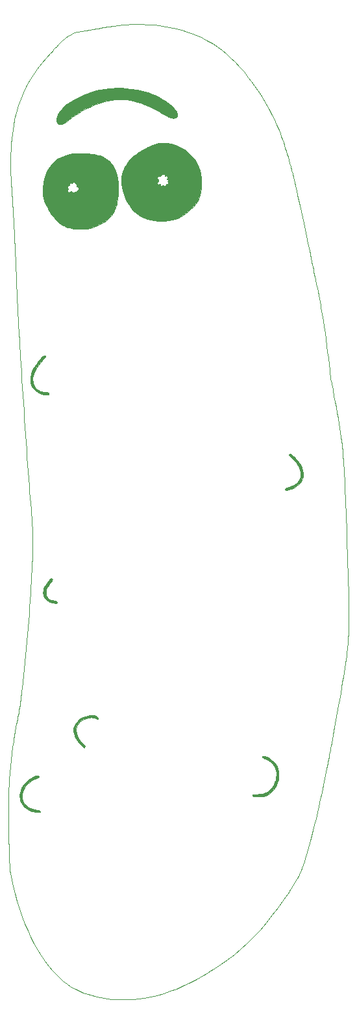
<source format=gbr>
G04 #@! TF.GenerationSoftware,KiCad,Pcbnew,(5.1.0-0)*
G04 #@! TF.CreationDate,2019-11-19T19:36:27-07:00*
G04 #@! TF.ProjectId,XMas-V3,584d6173-2d56-4332-9e6b-696361645f70,rev?*
G04 #@! TF.SameCoordinates,Original*
G04 #@! TF.FileFunction,Legend,Top*
G04 #@! TF.FilePolarity,Positive*
%FSLAX46Y46*%
G04 Gerber Fmt 4.6, Leading zero omitted, Abs format (unit mm)*
G04 Created by KiCad (PCBNEW (5.1.0-0)) date 2019-11-19 19:36:27*
%MOMM*%
%LPD*%
G04 APERTURE LIST*
%ADD10C,0.010000*%
G04 #@! TA.AperFunction,NonConductor*
%ADD11C,0.010000*%
G04 #@! TD*
G04 APERTURE END LIST*
D10*
G04 #@! TO.C,S\002A\002A\002A*
G36*
X-7707044Y54783439D02*
G01*
X-7469068Y54779914D01*
X-7259353Y54772953D01*
X-7110770Y54764215D01*
X-6332360Y54684124D01*
X-5585629Y54564337D01*
X-4870580Y54404856D01*
X-4187221Y54205684D01*
X-3535554Y53966821D01*
X-2915585Y53688270D01*
X-2327320Y53370033D01*
X-1770763Y53012111D01*
X-1245919Y52614507D01*
X-1096557Y52489126D01*
X-865174Y52274006D01*
X-670680Y52058893D01*
X-515389Y51847270D01*
X-401615Y51642616D01*
X-331671Y51448412D01*
X-308894Y51304100D01*
X-304831Y51211306D01*
X-309475Y51151660D01*
X-328548Y51107598D01*
X-367771Y51061553D01*
X-397750Y51031274D01*
X-522220Y50939705D01*
X-672977Y50888586D01*
X-851677Y50877677D01*
X-1059974Y50906733D01*
X-1130300Y50923683D01*
X-1240662Y50954941D01*
X-1349234Y50991261D01*
X-1461457Y51035384D01*
X-1582769Y51090053D01*
X-1718611Y51158012D01*
X-1874420Y51242004D01*
X-2055637Y51344770D01*
X-2267701Y51469055D01*
X-2516052Y51617601D01*
X-2565400Y51647352D01*
X-3224741Y52022812D01*
X-3879896Y52351089D01*
X-4529866Y52631865D01*
X-5173648Y52864824D01*
X-5810243Y53049650D01*
X-6438650Y53186026D01*
X-7057869Y53273636D01*
X-7666898Y53312163D01*
X-7835900Y53314112D01*
X-8389125Y53294669D01*
X-8940636Y53235687D01*
X-9494116Y53136183D01*
X-10053249Y52995173D01*
X-10621717Y52811675D01*
X-11203204Y52584706D01*
X-11801392Y52313283D01*
X-12052300Y52188938D01*
X-12447255Y51981137D01*
X-12836334Y51760756D01*
X-13226846Y51523132D01*
X-13626098Y51263597D01*
X-14041397Y50977489D01*
X-14480052Y50660140D01*
X-14678012Y50512659D01*
X-14899241Y50354300D01*
X-15093919Y50232830D01*
X-15267876Y50145996D01*
X-15426941Y50091543D01*
X-15576944Y50067217D01*
X-15723713Y50070766D01*
X-15793364Y50081446D01*
X-15844754Y50105001D01*
X-15911552Y50152774D01*
X-15949186Y50185937D01*
X-16030222Y50289727D01*
X-16078965Y50417827D01*
X-16095763Y50574096D01*
X-16080963Y50762396D01*
X-16034915Y50986589D01*
X-16024826Y51025467D01*
X-15925055Y51305696D01*
X-15775191Y51585829D01*
X-15575938Y51865230D01*
X-15328001Y52143261D01*
X-15032082Y52419285D01*
X-14688886Y52692665D01*
X-14299118Y52962762D01*
X-13863480Y53228941D01*
X-13382678Y53490563D01*
X-13199553Y53583070D01*
X-12543992Y53884076D01*
X-11879402Y54141013D01*
X-11199976Y54355600D01*
X-10499909Y54529552D01*
X-9773396Y54664587D01*
X-9334500Y54726140D01*
X-9175260Y54741925D01*
X-8975139Y54755458D01*
X-8744016Y54766572D01*
X-8491767Y54775095D01*
X-8228271Y54780861D01*
X-7963404Y54783698D01*
X-7707044Y54783439D01*
X-7707044Y54783439D01*
G37*
X-7707044Y54783439D02*
X-7469068Y54779914D01*
X-7259353Y54772953D01*
X-7110770Y54764215D01*
X-6332360Y54684124D01*
X-5585629Y54564337D01*
X-4870580Y54404856D01*
X-4187221Y54205684D01*
X-3535554Y53966821D01*
X-2915585Y53688270D01*
X-2327320Y53370033D01*
X-1770763Y53012111D01*
X-1245919Y52614507D01*
X-1096557Y52489126D01*
X-865174Y52274006D01*
X-670680Y52058893D01*
X-515389Y51847270D01*
X-401615Y51642616D01*
X-331671Y51448412D01*
X-308894Y51304100D01*
X-304831Y51211306D01*
X-309475Y51151660D01*
X-328548Y51107598D01*
X-367771Y51061553D01*
X-397750Y51031274D01*
X-522220Y50939705D01*
X-672977Y50888586D01*
X-851677Y50877677D01*
X-1059974Y50906733D01*
X-1130300Y50923683D01*
X-1240662Y50954941D01*
X-1349234Y50991261D01*
X-1461457Y51035384D01*
X-1582769Y51090053D01*
X-1718611Y51158012D01*
X-1874420Y51242004D01*
X-2055637Y51344770D01*
X-2267701Y51469055D01*
X-2516052Y51617601D01*
X-2565400Y51647352D01*
X-3224741Y52022812D01*
X-3879896Y52351089D01*
X-4529866Y52631865D01*
X-5173648Y52864824D01*
X-5810243Y53049650D01*
X-6438650Y53186026D01*
X-7057869Y53273636D01*
X-7666898Y53312163D01*
X-7835900Y53314112D01*
X-8389125Y53294669D01*
X-8940636Y53235687D01*
X-9494116Y53136183D01*
X-10053249Y52995173D01*
X-10621717Y52811675D01*
X-11203204Y52584706D01*
X-11801392Y52313283D01*
X-12052300Y52188938D01*
X-12447255Y51981137D01*
X-12836334Y51760756D01*
X-13226846Y51523132D01*
X-13626098Y51263597D01*
X-14041397Y50977489D01*
X-14480052Y50660140D01*
X-14678012Y50512659D01*
X-14899241Y50354300D01*
X-15093919Y50232830D01*
X-15267876Y50145996D01*
X-15426941Y50091543D01*
X-15576944Y50067217D01*
X-15723713Y50070766D01*
X-15793364Y50081446D01*
X-15844754Y50105001D01*
X-15911552Y50152774D01*
X-15949186Y50185937D01*
X-16030222Y50289727D01*
X-16078965Y50417827D01*
X-16095763Y50574096D01*
X-16080963Y50762396D01*
X-16034915Y50986589D01*
X-16024826Y51025467D01*
X-15925055Y51305696D01*
X-15775191Y51585829D01*
X-15575938Y51865230D01*
X-15328001Y52143261D01*
X-15032082Y52419285D01*
X-14688886Y52692665D01*
X-14299118Y52962762D01*
X-13863480Y53228941D01*
X-13382678Y53490563D01*
X-13199553Y53583070D01*
X-12543992Y53884076D01*
X-11879402Y54141013D01*
X-11199976Y54355600D01*
X-10499909Y54529552D01*
X-9773396Y54664587D01*
X-9334500Y54726140D01*
X-9175260Y54741925D01*
X-8975139Y54755458D01*
X-8744016Y54766572D01*
X-8491767Y54775095D01*
X-8228271Y54780861D01*
X-7963404Y54783698D01*
X-7707044Y54783439D01*
G36*
X-1594115Y47594482D02*
G01*
X-1224521Y47538650D01*
X-871851Y47455289D01*
X-825500Y47441753D01*
X-363899Y47277891D01*
X83002Y47068457D01*
X510362Y46817051D01*
X913337Y46527274D01*
X1287086Y46202725D01*
X1626765Y45847004D01*
X1927533Y45463711D01*
X2021982Y45324828D01*
X2260141Y44918704D01*
X2456062Y44492179D01*
X2610726Y44042205D01*
X2725115Y43565736D01*
X2800211Y43059722D01*
X2819358Y42849800D01*
X2833314Y42466670D01*
X2819527Y42071290D01*
X2779628Y41674055D01*
X2715244Y41285362D01*
X2628008Y40915606D01*
X2519547Y40575181D01*
X2427455Y40350178D01*
X2248050Y40010570D01*
X2023498Y39674329D01*
X1759431Y39346317D01*
X1461479Y39031398D01*
X1135276Y38734435D01*
X786451Y38460290D01*
X420636Y38213827D01*
X43463Y37999907D01*
X-339437Y37823396D01*
X-615965Y37722052D01*
X-1042421Y37603478D01*
X-1491839Y37515827D01*
X-1950130Y37460764D01*
X-2403208Y37439958D01*
X-2836983Y37455075D01*
X-2857500Y37456768D01*
X-3335478Y37514229D01*
X-3797566Y37603178D01*
X-4238011Y37721781D01*
X-4651060Y37868201D01*
X-5030958Y38040602D01*
X-5371953Y38237147D01*
X-5435600Y38279618D01*
X-5766512Y38534905D01*
X-6079879Y38834404D01*
X-6372129Y39173485D01*
X-6639687Y39547519D01*
X-6878981Y39951876D01*
X-7086437Y40381926D01*
X-7120326Y40462200D01*
X-7303208Y40943609D01*
X-7443692Y41401048D01*
X-7542329Y41837682D01*
X-7599665Y42256679D01*
X-7605901Y42408782D01*
X-2956560Y42408782D01*
X-2938917Y42313794D01*
X-2885809Y42254771D01*
X-2796970Y42231576D01*
X-2672134Y42244072D01*
X-2647950Y42249581D01*
X-2591968Y42259868D01*
X-2569567Y42245676D01*
X-2565405Y42196193D01*
X-2565400Y42191419D01*
X-2544610Y42107719D01*
X-2490898Y42043300D01*
X-2417252Y42012478D01*
X-2402249Y42011600D01*
X-2343362Y42027605D01*
X-2275489Y42067201D01*
X-2261331Y42078384D01*
X-2181964Y42145167D01*
X-2124395Y42091084D01*
X-2042937Y42044402D01*
X-1955043Y42040450D01*
X-1873623Y42074984D01*
X-1811588Y42143760D01*
X-1788593Y42201454D01*
X-1763228Y42250277D01*
X-1710576Y42265436D01*
X-1700890Y42265600D01*
X-1622542Y42287759D01*
X-1564159Y42344687D01*
X-1532638Y42422064D01*
X-1534875Y42505569D01*
X-1559563Y42559069D01*
X-1582172Y42604963D01*
X-1568170Y42646167D01*
X-1559563Y42658476D01*
X-1530902Y42716497D01*
X-1524000Y42753055D01*
X-1543495Y42807656D01*
X-1590112Y42864726D01*
X-1646050Y42903013D01*
X-1651183Y42904895D01*
X-1667654Y42923461D01*
X-1655809Y42966630D01*
X-1641658Y42995708D01*
X-1606645Y43099438D01*
X-1603981Y43201224D01*
X-1633179Y43284854D01*
X-1651000Y43307000D01*
X-1709353Y43348765D01*
X-1772466Y43352324D01*
X-1852774Y43320438D01*
X-1900795Y43298389D01*
X-1924231Y43305597D01*
X-1937687Y43350974D01*
X-1942280Y43375060D01*
X-1973544Y43457221D01*
X-2028553Y43533529D01*
X-2094360Y43589788D01*
X-2158014Y43611800D01*
X-2158201Y43611800D01*
X-2213011Y43594518D01*
X-2271137Y43552748D01*
X-2273012Y43550898D01*
X-2338719Y43500034D01*
X-2405207Y43467034D01*
X-2471989Y43423518D01*
X-2514600Y43363896D01*
X-2543274Y43314246D01*
X-2578913Y43291306D01*
X-2640267Y43285602D01*
X-2669003Y43285880D01*
X-2752827Y43280903D01*
X-2823210Y43265838D01*
X-2839871Y43258839D01*
X-2908979Y43197705D01*
X-2937349Y43117690D01*
X-2925038Y43030182D01*
X-2872105Y42946567D01*
X-2838096Y42915600D01*
X-2789015Y42872245D01*
X-2776778Y42841830D01*
X-2792233Y42813830D01*
X-2813037Y42758402D01*
X-2811970Y42703896D01*
X-2811722Y42648644D01*
X-2842066Y42600399D01*
X-2877561Y42567895D01*
X-2933805Y42507978D01*
X-2955079Y42441743D01*
X-2956560Y42408782D01*
X-7605901Y42408782D01*
X-7616250Y42661202D01*
X-7592633Y43054418D01*
X-7583043Y43132664D01*
X-7496358Y43601314D01*
X-7364558Y44047294D01*
X-7188511Y44469185D01*
X-6969088Y44865573D01*
X-6707157Y45235039D01*
X-6403589Y45576167D01*
X-6059254Y45887541D01*
X-5751087Y46116947D01*
X-5315135Y46407482D01*
X-4910894Y46662640D01*
X-4535250Y46884029D01*
X-4185089Y47073257D01*
X-3857299Y47231934D01*
X-3548766Y47361666D01*
X-3256375Y47464062D01*
X-3009900Y47532849D01*
X-2688527Y47591968D01*
X-2337710Y47621624D01*
X-1969042Y47622301D01*
X-1594115Y47594482D01*
X-1594115Y47594482D01*
G37*
X-1594115Y47594482D02*
X-1224521Y47538650D01*
X-871851Y47455289D01*
X-825500Y47441753D01*
X-363899Y47277891D01*
X83002Y47068457D01*
X510362Y46817051D01*
X913337Y46527274D01*
X1287086Y46202725D01*
X1626765Y45847004D01*
X1927533Y45463711D01*
X2021982Y45324828D01*
X2260141Y44918704D01*
X2456062Y44492179D01*
X2610726Y44042205D01*
X2725115Y43565736D01*
X2800211Y43059722D01*
X2819358Y42849800D01*
X2833314Y42466670D01*
X2819527Y42071290D01*
X2779628Y41674055D01*
X2715244Y41285362D01*
X2628008Y40915606D01*
X2519547Y40575181D01*
X2427455Y40350178D01*
X2248050Y40010570D01*
X2023498Y39674329D01*
X1759431Y39346317D01*
X1461479Y39031398D01*
X1135276Y38734435D01*
X786451Y38460290D01*
X420636Y38213827D01*
X43463Y37999907D01*
X-339437Y37823396D01*
X-615965Y37722052D01*
X-1042421Y37603478D01*
X-1491839Y37515827D01*
X-1950130Y37460764D01*
X-2403208Y37439958D01*
X-2836983Y37455075D01*
X-2857500Y37456768D01*
X-3335478Y37514229D01*
X-3797566Y37603178D01*
X-4238011Y37721781D01*
X-4651060Y37868201D01*
X-5030958Y38040602D01*
X-5371953Y38237147D01*
X-5435600Y38279618D01*
X-5766512Y38534905D01*
X-6079879Y38834404D01*
X-6372129Y39173485D01*
X-6639687Y39547519D01*
X-6878981Y39951876D01*
X-7086437Y40381926D01*
X-7120326Y40462200D01*
X-7303208Y40943609D01*
X-7443692Y41401048D01*
X-7542329Y41837682D01*
X-7599665Y42256679D01*
X-7605901Y42408782D01*
X-2956560Y42408782D01*
X-2938917Y42313794D01*
X-2885809Y42254771D01*
X-2796970Y42231576D01*
X-2672134Y42244072D01*
X-2647950Y42249581D01*
X-2591968Y42259868D01*
X-2569567Y42245676D01*
X-2565405Y42196193D01*
X-2565400Y42191419D01*
X-2544610Y42107719D01*
X-2490898Y42043300D01*
X-2417252Y42012478D01*
X-2402249Y42011600D01*
X-2343362Y42027605D01*
X-2275489Y42067201D01*
X-2261331Y42078384D01*
X-2181964Y42145167D01*
X-2124395Y42091084D01*
X-2042937Y42044402D01*
X-1955043Y42040450D01*
X-1873623Y42074984D01*
X-1811588Y42143760D01*
X-1788593Y42201454D01*
X-1763228Y42250277D01*
X-1710576Y42265436D01*
X-1700890Y42265600D01*
X-1622542Y42287759D01*
X-1564159Y42344687D01*
X-1532638Y42422064D01*
X-1534875Y42505569D01*
X-1559563Y42559069D01*
X-1582172Y42604963D01*
X-1568170Y42646167D01*
X-1559563Y42658476D01*
X-1530902Y42716497D01*
X-1524000Y42753055D01*
X-1543495Y42807656D01*
X-1590112Y42864726D01*
X-1646050Y42903013D01*
X-1651183Y42904895D01*
X-1667654Y42923461D01*
X-1655809Y42966630D01*
X-1641658Y42995708D01*
X-1606645Y43099438D01*
X-1603981Y43201224D01*
X-1633179Y43284854D01*
X-1651000Y43307000D01*
X-1709353Y43348765D01*
X-1772466Y43352324D01*
X-1852774Y43320438D01*
X-1900795Y43298389D01*
X-1924231Y43305597D01*
X-1937687Y43350974D01*
X-1942280Y43375060D01*
X-1973544Y43457221D01*
X-2028553Y43533529D01*
X-2094360Y43589788D01*
X-2158014Y43611800D01*
X-2158201Y43611800D01*
X-2213011Y43594518D01*
X-2271137Y43552748D01*
X-2273012Y43550898D01*
X-2338719Y43500034D01*
X-2405207Y43467034D01*
X-2471989Y43423518D01*
X-2514600Y43363896D01*
X-2543274Y43314246D01*
X-2578913Y43291306D01*
X-2640267Y43285602D01*
X-2669003Y43285880D01*
X-2752827Y43280903D01*
X-2823210Y43265838D01*
X-2839871Y43258839D01*
X-2908979Y43197705D01*
X-2937349Y43117690D01*
X-2925038Y43030182D01*
X-2872105Y42946567D01*
X-2838096Y42915600D01*
X-2789015Y42872245D01*
X-2776778Y42841830D01*
X-2792233Y42813830D01*
X-2813037Y42758402D01*
X-2811970Y42703896D01*
X-2811722Y42648644D01*
X-2842066Y42600399D01*
X-2877561Y42567895D01*
X-2933805Y42507978D01*
X-2955079Y42441743D01*
X-2956560Y42408782D01*
X-7605901Y42408782D01*
X-7616250Y42661202D01*
X-7592633Y43054418D01*
X-7583043Y43132664D01*
X-7496358Y43601314D01*
X-7364558Y44047294D01*
X-7188511Y44469185D01*
X-6969088Y44865573D01*
X-6707157Y45235039D01*
X-6403589Y45576167D01*
X-6059254Y45887541D01*
X-5751087Y46116947D01*
X-5315135Y46407482D01*
X-4910894Y46662640D01*
X-4535250Y46884029D01*
X-4185089Y47073257D01*
X-3857299Y47231934D01*
X-3548766Y47361666D01*
X-3256375Y47464062D01*
X-3009900Y47532849D01*
X-2688527Y47591968D01*
X-2337710Y47621624D01*
X-1969042Y47622301D01*
X-1594115Y47594482D01*
G36*
X-12731418Y46291550D02*
G01*
X-12363195Y46269643D01*
X-11960290Y46232838D01*
X-11576885Y46188866D01*
X-11232002Y46142223D01*
X-10930426Y46092291D01*
X-10664685Y46037211D01*
X-10427308Y45975120D01*
X-10210820Y45904157D01*
X-10007750Y45822461D01*
X-9893300Y45769488D01*
X-9628496Y45622319D01*
X-9390967Y45448589D01*
X-9173462Y45241685D01*
X-8968729Y44994996D01*
X-8836040Y44805600D01*
X-8592062Y44389801D01*
X-8390430Y43946252D01*
X-8231221Y43475381D01*
X-8114509Y42977614D01*
X-8040371Y42453376D01*
X-8008882Y41903094D01*
X-8020118Y41327194D01*
X-8074155Y40726102D01*
X-8089717Y40605760D01*
X-8139571Y40261111D01*
X-8190271Y39960389D01*
X-8243571Y39696731D01*
X-8301228Y39463272D01*
X-8364996Y39253148D01*
X-8436632Y39059495D01*
X-8517889Y38875448D01*
X-8547893Y38814097D01*
X-8743400Y38472512D01*
X-8976349Y38155855D01*
X-9249653Y37861007D01*
X-9566227Y37584850D01*
X-9928984Y37324264D01*
X-9956800Y37306125D01*
X-10275439Y37118458D01*
X-10631809Y36941871D01*
X-11013202Y36781432D01*
X-11406905Y36642210D01*
X-11800210Y36529273D01*
X-12045788Y36473140D01*
X-12234565Y36443626D01*
X-12459816Y36423003D01*
X-12707936Y36411655D01*
X-12965314Y36409969D01*
X-13218343Y36418331D01*
X-13423900Y36434035D01*
X-13786699Y36476161D01*
X-14106288Y36525818D01*
X-14389930Y36584777D01*
X-14644887Y36654809D01*
X-14878422Y36737685D01*
X-15097797Y36835177D01*
X-15125700Y36849039D01*
X-15471947Y37049930D01*
X-15807940Y37298379D01*
X-16130997Y37591716D01*
X-16438435Y37927267D01*
X-16727572Y38302358D01*
X-16992902Y38709600D01*
X-17086085Y38872600D01*
X-17189956Y39066787D01*
X-17298729Y39280249D01*
X-17406620Y39501073D01*
X-17507844Y39717347D01*
X-17596616Y39917157D01*
X-17667151Y40088591D01*
X-17683630Y40132000D01*
X-17735288Y40276221D01*
X-17771278Y40392315D01*
X-17795810Y40498907D01*
X-17813093Y40614621D01*
X-17827336Y40758081D01*
X-17828684Y40773830D01*
X-17854780Y41334513D01*
X-17838557Y41841999D01*
X-14676125Y41841999D01*
X-14642498Y41754224D01*
X-14616308Y41720398D01*
X-14575751Y41671873D01*
X-14568142Y41640439D01*
X-14589453Y41608351D01*
X-14590591Y41607090D01*
X-14627222Y41551725D01*
X-14657230Y41485018D01*
X-14665836Y41390810D01*
X-14631115Y41305002D01*
X-14560200Y41241875D01*
X-14528857Y41228026D01*
X-14469301Y41213039D01*
X-14414799Y41217502D01*
X-14350748Y41245540D01*
X-14262551Y41301278D01*
X-14257524Y41304677D01*
X-14194622Y41345847D01*
X-14150774Y41371874D01*
X-14139628Y41376600D01*
X-14125535Y41355197D01*
X-14111808Y41312454D01*
X-14068546Y41220007D01*
X-14001323Y41165975D01*
X-13920661Y41153351D01*
X-13837081Y41185129D01*
X-13794155Y41222108D01*
X-13738195Y41270660D01*
X-13697208Y41277476D01*
X-13688714Y41273297D01*
X-13605670Y41248082D01*
X-13515962Y41263728D01*
X-13433595Y41314690D01*
X-13372573Y41395424D01*
X-13370785Y41399170D01*
X-13320508Y41479758D01*
X-13256225Y41551678D01*
X-13251261Y41556005D01*
X-13190334Y41634511D01*
X-13175153Y41720534D01*
X-13203324Y41805359D01*
X-13272455Y41880275D01*
X-13352872Y41926054D01*
X-13400947Y41949407D01*
X-13422877Y41976917D01*
X-13425672Y42025381D01*
X-13419436Y42085518D01*
X-13413621Y42165475D01*
X-13423954Y42217058D01*
X-13456122Y42261607D01*
X-13470260Y42276169D01*
X-13528074Y42320358D01*
X-13582515Y42341494D01*
X-13587846Y42341800D01*
X-13629755Y42351433D01*
X-13639800Y42365252D01*
X-13654878Y42398071D01*
X-13692392Y42450729D01*
X-13705558Y42466852D01*
X-13784213Y42530878D01*
X-13867613Y42544807D01*
X-13951711Y42508576D01*
X-13993003Y42471367D01*
X-14041985Y42425944D01*
X-14089499Y42407569D01*
X-14158557Y42408783D01*
X-14179320Y42410982D01*
X-14256332Y42415569D01*
X-14306483Y42402314D01*
X-14352618Y42363849D01*
X-14364503Y42351265D01*
X-14410409Y42289590D01*
X-14423079Y42227098D01*
X-14419394Y42183050D01*
X-14413690Y42120954D01*
X-14426769Y42094206D01*
X-14469866Y42087921D01*
X-14491274Y42087800D01*
X-14577143Y42066379D01*
X-14639323Y42010194D01*
X-14673692Y41931361D01*
X-14676125Y41841999D01*
X-17838557Y41841999D01*
X-17837294Y41881499D01*
X-17776743Y42411553D01*
X-17673642Y42921439D01*
X-17528506Y43407922D01*
X-17341852Y43867766D01*
X-17332323Y43888123D01*
X-17113281Y44299128D01*
X-16861401Y44671471D01*
X-16576567Y45005240D01*
X-16258664Y45300522D01*
X-15907576Y45557405D01*
X-15523188Y45775976D01*
X-15105383Y45956323D01*
X-14654048Y46098534D01*
X-14312900Y46176456D01*
X-14006404Y46229538D01*
X-13702453Y46267555D01*
X-13393602Y46290540D01*
X-13072405Y46298527D01*
X-12731418Y46291550D01*
X-12731418Y46291550D01*
G37*
X-12731418Y46291550D02*
X-12363195Y46269643D01*
X-11960290Y46232838D01*
X-11576885Y46188866D01*
X-11232002Y46142223D01*
X-10930426Y46092291D01*
X-10664685Y46037211D01*
X-10427308Y45975120D01*
X-10210820Y45904157D01*
X-10007750Y45822461D01*
X-9893300Y45769488D01*
X-9628496Y45622319D01*
X-9390967Y45448589D01*
X-9173462Y45241685D01*
X-8968729Y44994996D01*
X-8836040Y44805600D01*
X-8592062Y44389801D01*
X-8390430Y43946252D01*
X-8231221Y43475381D01*
X-8114509Y42977614D01*
X-8040371Y42453376D01*
X-8008882Y41903094D01*
X-8020118Y41327194D01*
X-8074155Y40726102D01*
X-8089717Y40605760D01*
X-8139571Y40261111D01*
X-8190271Y39960389D01*
X-8243571Y39696731D01*
X-8301228Y39463272D01*
X-8364996Y39253148D01*
X-8436632Y39059495D01*
X-8517889Y38875448D01*
X-8547893Y38814097D01*
X-8743400Y38472512D01*
X-8976349Y38155855D01*
X-9249653Y37861007D01*
X-9566227Y37584850D01*
X-9928984Y37324264D01*
X-9956800Y37306125D01*
X-10275439Y37118458D01*
X-10631809Y36941871D01*
X-11013202Y36781432D01*
X-11406905Y36642210D01*
X-11800210Y36529273D01*
X-12045788Y36473140D01*
X-12234565Y36443626D01*
X-12459816Y36423003D01*
X-12707936Y36411655D01*
X-12965314Y36409969D01*
X-13218343Y36418331D01*
X-13423900Y36434035D01*
X-13786699Y36476161D01*
X-14106288Y36525818D01*
X-14389930Y36584777D01*
X-14644887Y36654809D01*
X-14878422Y36737685D01*
X-15097797Y36835177D01*
X-15125700Y36849039D01*
X-15471947Y37049930D01*
X-15807940Y37298379D01*
X-16130997Y37591716D01*
X-16438435Y37927267D01*
X-16727572Y38302358D01*
X-16992902Y38709600D01*
X-17086085Y38872600D01*
X-17189956Y39066787D01*
X-17298729Y39280249D01*
X-17406620Y39501073D01*
X-17507844Y39717347D01*
X-17596616Y39917157D01*
X-17667151Y40088591D01*
X-17683630Y40132000D01*
X-17735288Y40276221D01*
X-17771278Y40392315D01*
X-17795810Y40498907D01*
X-17813093Y40614621D01*
X-17827336Y40758081D01*
X-17828684Y40773830D01*
X-17854780Y41334513D01*
X-17838557Y41841999D01*
X-14676125Y41841999D01*
X-14642498Y41754224D01*
X-14616308Y41720398D01*
X-14575751Y41671873D01*
X-14568142Y41640439D01*
X-14589453Y41608351D01*
X-14590591Y41607090D01*
X-14627222Y41551725D01*
X-14657230Y41485018D01*
X-14665836Y41390810D01*
X-14631115Y41305002D01*
X-14560200Y41241875D01*
X-14528857Y41228026D01*
X-14469301Y41213039D01*
X-14414799Y41217502D01*
X-14350748Y41245540D01*
X-14262551Y41301278D01*
X-14257524Y41304677D01*
X-14194622Y41345847D01*
X-14150774Y41371874D01*
X-14139628Y41376600D01*
X-14125535Y41355197D01*
X-14111808Y41312454D01*
X-14068546Y41220007D01*
X-14001323Y41165975D01*
X-13920661Y41153351D01*
X-13837081Y41185129D01*
X-13794155Y41222108D01*
X-13738195Y41270660D01*
X-13697208Y41277476D01*
X-13688714Y41273297D01*
X-13605670Y41248082D01*
X-13515962Y41263728D01*
X-13433595Y41314690D01*
X-13372573Y41395424D01*
X-13370785Y41399170D01*
X-13320508Y41479758D01*
X-13256225Y41551678D01*
X-13251261Y41556005D01*
X-13190334Y41634511D01*
X-13175153Y41720534D01*
X-13203324Y41805359D01*
X-13272455Y41880275D01*
X-13352872Y41926054D01*
X-13400947Y41949407D01*
X-13422877Y41976917D01*
X-13425672Y42025381D01*
X-13419436Y42085518D01*
X-13413621Y42165475D01*
X-13423954Y42217058D01*
X-13456122Y42261607D01*
X-13470260Y42276169D01*
X-13528074Y42320358D01*
X-13582515Y42341494D01*
X-13587846Y42341800D01*
X-13629755Y42351433D01*
X-13639800Y42365252D01*
X-13654878Y42398071D01*
X-13692392Y42450729D01*
X-13705558Y42466852D01*
X-13784213Y42530878D01*
X-13867613Y42544807D01*
X-13951711Y42508576D01*
X-13993003Y42471367D01*
X-14041985Y42425944D01*
X-14089499Y42407569D01*
X-14158557Y42408783D01*
X-14179320Y42410982D01*
X-14256332Y42415569D01*
X-14306483Y42402314D01*
X-14352618Y42363849D01*
X-14364503Y42351265D01*
X-14410409Y42289590D01*
X-14423079Y42227098D01*
X-14419394Y42183050D01*
X-14413690Y42120954D01*
X-14426769Y42094206D01*
X-14469866Y42087921D01*
X-14491274Y42087800D01*
X-14577143Y42066379D01*
X-14639323Y42010194D01*
X-14673692Y41931361D01*
X-14676125Y41841999D01*
X-17838557Y41841999D01*
X-17837294Y41881499D01*
X-17776743Y42411553D01*
X-17673642Y42921439D01*
X-17528506Y43407922D01*
X-17341852Y43867766D01*
X-17332323Y43888123D01*
X-17113281Y44299128D01*
X-16861401Y44671471D01*
X-16576567Y45005240D01*
X-16258664Y45300522D01*
X-15907576Y45557405D01*
X-15523188Y45775976D01*
X-15105383Y45956323D01*
X-14654048Y46098534D01*
X-14312900Y46176456D01*
X-14006404Y46229538D01*
X-13702453Y46267555D01*
X-13393602Y46290540D01*
X-13072405Y46298527D01*
X-12731418Y46291550D01*
G36*
X-17604368Y19947577D02*
G01*
X-17560735Y19896160D01*
X-17551400Y19835746D01*
X-17555891Y19796493D01*
X-17572419Y19753714D01*
X-17605569Y19701227D01*
X-17659926Y19632852D01*
X-17740075Y19542408D01*
X-17850601Y19423714D01*
X-17880462Y19392126D01*
X-18204916Y19027333D01*
X-18485366Y18665032D01*
X-18720836Y18306937D01*
X-18910350Y17954768D01*
X-19052934Y17610241D01*
X-19147612Y17275073D01*
X-19176973Y17109467D01*
X-19196225Y16816028D01*
X-19172061Y16533809D01*
X-19106982Y16267287D01*
X-19003491Y16020940D01*
X-18864091Y15799244D01*
X-18691285Y15606676D01*
X-18487575Y15447713D01*
X-18255464Y15326832D01*
X-18161000Y15292033D01*
X-18016741Y15252508D01*
X-17842260Y15216659D01*
X-17658076Y15187789D01*
X-17484710Y15169202D01*
X-17365297Y15163950D01*
X-17275475Y15160467D01*
X-17216367Y15145808D01*
X-17168089Y15113316D01*
X-17143047Y15089554D01*
X-17091891Y15020360D01*
X-17070354Y14952049D01*
X-17080507Y14897701D01*
X-17108978Y14874418D01*
X-17159164Y14866258D01*
X-17245852Y14862511D01*
X-17354961Y14862914D01*
X-17472409Y14867206D01*
X-17584113Y14875126D01*
X-17665700Y14884767D01*
X-18006166Y14954792D01*
X-18309886Y15056128D01*
X-18581854Y15191129D01*
X-18827059Y15362145D01*
X-18989294Y15508356D01*
X-19157368Y15696797D01*
X-19287002Y15892871D01*
X-19381145Y16104408D01*
X-19442746Y16339242D01*
X-19474753Y16605204D01*
X-19481129Y16814800D01*
X-19458912Y17159889D01*
X-19391361Y17507764D01*
X-19277813Y17859867D01*
X-19117607Y18217640D01*
X-18910079Y18582526D01*
X-18654569Y18955966D01*
X-18350412Y19339403D01*
X-18287997Y19412431D01*
X-18128927Y19592921D01*
X-17996751Y19734661D01*
X-17888725Y19840164D01*
X-17802108Y19911938D01*
X-17734155Y19952496D01*
X-17685001Y19964400D01*
X-17604368Y19947577D01*
X-17604368Y19947577D01*
G37*
X-17604368Y19947577D02*
X-17560735Y19896160D01*
X-17551400Y19835746D01*
X-17555891Y19796493D01*
X-17572419Y19753714D01*
X-17605569Y19701227D01*
X-17659926Y19632852D01*
X-17740075Y19542408D01*
X-17850601Y19423714D01*
X-17880462Y19392126D01*
X-18204916Y19027333D01*
X-18485366Y18665032D01*
X-18720836Y18306937D01*
X-18910350Y17954768D01*
X-19052934Y17610241D01*
X-19147612Y17275073D01*
X-19176973Y17109467D01*
X-19196225Y16816028D01*
X-19172061Y16533809D01*
X-19106982Y16267287D01*
X-19003491Y16020940D01*
X-18864091Y15799244D01*
X-18691285Y15606676D01*
X-18487575Y15447713D01*
X-18255464Y15326832D01*
X-18161000Y15292033D01*
X-18016741Y15252508D01*
X-17842260Y15216659D01*
X-17658076Y15187789D01*
X-17484710Y15169202D01*
X-17365297Y15163950D01*
X-17275475Y15160467D01*
X-17216367Y15145808D01*
X-17168089Y15113316D01*
X-17143047Y15089554D01*
X-17091891Y15020360D01*
X-17070354Y14952049D01*
X-17080507Y14897701D01*
X-17108978Y14874418D01*
X-17159164Y14866258D01*
X-17245852Y14862511D01*
X-17354961Y14862914D01*
X-17472409Y14867206D01*
X-17584113Y14875126D01*
X-17665700Y14884767D01*
X-18006166Y14954792D01*
X-18309886Y15056128D01*
X-18581854Y15191129D01*
X-18827059Y15362145D01*
X-18989294Y15508356D01*
X-19157368Y15696797D01*
X-19287002Y15892871D01*
X-19381145Y16104408D01*
X-19442746Y16339242D01*
X-19474753Y16605204D01*
X-19481129Y16814800D01*
X-19458912Y17159889D01*
X-19391361Y17507764D01*
X-19277813Y17859867D01*
X-19117607Y18217640D01*
X-18910079Y18582526D01*
X-18654569Y18955966D01*
X-18350412Y19339403D01*
X-18287997Y19412431D01*
X-18128927Y19592921D01*
X-17996751Y19734661D01*
X-17888725Y19840164D01*
X-17802108Y19911938D01*
X-17734155Y19952496D01*
X-17685001Y19964400D01*
X-17604368Y19947577D01*
G36*
X14439562Y7145091D02*
G01*
X14532261Y7096319D01*
X14579081Y7061611D01*
X14645459Y7003486D01*
X14737087Y6915635D01*
X14845798Y6806594D01*
X14963426Y6684900D01*
X15081804Y6559090D01*
X15192765Y6437699D01*
X15288144Y6329264D01*
X15344920Y6261100D01*
X15593253Y5924833D01*
X15792600Y5595927D01*
X15942935Y5274924D01*
X16044233Y4962364D01*
X16096469Y4658788D01*
X16099616Y4364739D01*
X16053650Y4080756D01*
X15958545Y3807382D01*
X15814277Y3545157D01*
X15620819Y3294622D01*
X15490173Y3158843D01*
X15280323Y2977779D01*
X15049745Y2822339D01*
X14791128Y2688726D01*
X14497159Y2573141D01*
X14174759Y2475576D01*
X14026163Y2438667D01*
X13917167Y2419204D01*
X13839821Y2416757D01*
X13786176Y2430894D01*
X13755914Y2452915D01*
X13719943Y2520160D01*
X13727317Y2594615D01*
X13776350Y2659978D01*
X13777415Y2660823D01*
X13833357Y2692054D01*
X13919680Y2726562D01*
X14012365Y2755348D01*
X14331700Y2854924D01*
X14630552Y2976852D01*
X14902241Y3117474D01*
X15140082Y3273130D01*
X15337395Y3440162D01*
X15416475Y3524145D01*
X15506980Y3646609D01*
X15595570Y3797335D01*
X15672974Y3957947D01*
X15729920Y4110071D01*
X15749175Y4183528D01*
X15771791Y4373691D01*
X15769246Y4590510D01*
X15742942Y4817341D01*
X15694284Y5037541D01*
X15670693Y5114612D01*
X15589864Y5325232D01*
X15487827Y5531009D01*
X15360577Y5737607D01*
X15204109Y5950687D01*
X15014421Y6175911D01*
X14787508Y6418939D01*
X14650459Y6557220D01*
X14498050Y6710880D01*
X14381237Y6834218D01*
X14300762Y6926396D01*
X14257369Y6986582D01*
X14249400Y7008070D01*
X14266702Y7064557D01*
X14302401Y7114202D01*
X14364553Y7150746D01*
X14439562Y7145091D01*
X14439562Y7145091D01*
G37*
X14439562Y7145091D02*
X14532261Y7096319D01*
X14579081Y7061611D01*
X14645459Y7003486D01*
X14737087Y6915635D01*
X14845798Y6806594D01*
X14963426Y6684900D01*
X15081804Y6559090D01*
X15192765Y6437699D01*
X15288144Y6329264D01*
X15344920Y6261100D01*
X15593253Y5924833D01*
X15792600Y5595927D01*
X15942935Y5274924D01*
X16044233Y4962364D01*
X16096469Y4658788D01*
X16099616Y4364739D01*
X16053650Y4080756D01*
X15958545Y3807382D01*
X15814277Y3545157D01*
X15620819Y3294622D01*
X15490173Y3158843D01*
X15280323Y2977779D01*
X15049745Y2822339D01*
X14791128Y2688726D01*
X14497159Y2573141D01*
X14174759Y2475576D01*
X14026163Y2438667D01*
X13917167Y2419204D01*
X13839821Y2416757D01*
X13786176Y2430894D01*
X13755914Y2452915D01*
X13719943Y2520160D01*
X13727317Y2594615D01*
X13776350Y2659978D01*
X13777415Y2660823D01*
X13833357Y2692054D01*
X13919680Y2726562D01*
X14012365Y2755348D01*
X14331700Y2854924D01*
X14630552Y2976852D01*
X14902241Y3117474D01*
X15140082Y3273130D01*
X15337395Y3440162D01*
X15416475Y3524145D01*
X15506980Y3646609D01*
X15595570Y3797335D01*
X15672974Y3957947D01*
X15729920Y4110071D01*
X15749175Y4183528D01*
X15771791Y4373691D01*
X15769246Y4590510D01*
X15742942Y4817341D01*
X15694284Y5037541D01*
X15670693Y5114612D01*
X15589864Y5325232D01*
X15487827Y5531009D01*
X15360577Y5737607D01*
X15204109Y5950687D01*
X15014421Y6175911D01*
X14787508Y6418939D01*
X14650459Y6557220D01*
X14498050Y6710880D01*
X14381237Y6834218D01*
X14300762Y6926396D01*
X14257369Y6986582D01*
X14249400Y7008070D01*
X14266702Y7064557D01*
X14302401Y7114202D01*
X14364553Y7150746D01*
X14439562Y7145091D01*
G36*
X-16674781Y-9097394D02*
G01*
X-16635283Y-9161216D01*
X-16627555Y-9216499D01*
X-16643005Y-9287365D01*
X-16683878Y-9377877D01*
X-16752413Y-9492100D01*
X-16850853Y-9634097D01*
X-16981441Y-9807932D01*
X-17018093Y-9855200D01*
X-17117167Y-9985936D01*
X-17210919Y-10116222D01*
X-17292254Y-10235708D01*
X-17354077Y-10334045D01*
X-17383804Y-10388600D01*
X-17416795Y-10460550D01*
X-17438971Y-10521043D01*
X-17452448Y-10583143D01*
X-17459340Y-10659914D01*
X-17461761Y-10764422D01*
X-17461911Y-10871200D01*
X-17460928Y-11006255D01*
X-17457141Y-11103688D01*
X-17448412Y-11176669D01*
X-17432606Y-11238371D01*
X-17407583Y-11301966D01*
X-17383484Y-11354570D01*
X-17280154Y-11534360D01*
X-17152581Y-11680438D01*
X-16996341Y-11795387D01*
X-16807008Y-11881789D01*
X-16580157Y-11942226D01*
X-16313305Y-11979105D01*
X-16209076Y-11990635D01*
X-16140608Y-12005663D01*
X-16092890Y-12029401D01*
X-16050913Y-12067062D01*
X-16046484Y-12071762D01*
X-15996575Y-12143358D01*
X-15978133Y-12210677D01*
X-15992926Y-12261428D01*
X-16016778Y-12278182D01*
X-16062891Y-12285443D01*
X-16143452Y-12289246D01*
X-16242229Y-12289646D01*
X-16342991Y-12286700D01*
X-16429509Y-12280464D01*
X-16459200Y-12276642D01*
X-16684105Y-12226765D01*
X-16909833Y-12150631D01*
X-17123733Y-12054012D01*
X-17313156Y-11942678D01*
X-17465451Y-11822403D01*
X-17475018Y-11813188D01*
X-17630934Y-11626799D01*
X-17742667Y-11417807D01*
X-17809882Y-11189258D01*
X-17832243Y-10944201D01*
X-17809415Y-10685681D01*
X-17741065Y-10416747D01*
X-17652891Y-10195081D01*
X-17593014Y-10074570D01*
X-17522917Y-9947240D01*
X-17456565Y-9838305D01*
X-17448923Y-9826781D01*
X-17368396Y-9711571D01*
X-17276458Y-9587578D01*
X-17179077Y-9462047D01*
X-17082224Y-9342223D01*
X-16991867Y-9235352D01*
X-16913977Y-9148680D01*
X-16854523Y-9089451D01*
X-16821819Y-9065640D01*
X-16742153Y-9058834D01*
X-16674781Y-9097394D01*
X-16674781Y-9097394D01*
G37*
X-16674781Y-9097394D02*
X-16635283Y-9161216D01*
X-16627555Y-9216499D01*
X-16643005Y-9287365D01*
X-16683878Y-9377877D01*
X-16752413Y-9492100D01*
X-16850853Y-9634097D01*
X-16981441Y-9807932D01*
X-17018093Y-9855200D01*
X-17117167Y-9985936D01*
X-17210919Y-10116222D01*
X-17292254Y-10235708D01*
X-17354077Y-10334045D01*
X-17383804Y-10388600D01*
X-17416795Y-10460550D01*
X-17438971Y-10521043D01*
X-17452448Y-10583143D01*
X-17459340Y-10659914D01*
X-17461761Y-10764422D01*
X-17461911Y-10871200D01*
X-17460928Y-11006255D01*
X-17457141Y-11103688D01*
X-17448412Y-11176669D01*
X-17432606Y-11238371D01*
X-17407583Y-11301966D01*
X-17383484Y-11354570D01*
X-17280154Y-11534360D01*
X-17152581Y-11680438D01*
X-16996341Y-11795387D01*
X-16807008Y-11881789D01*
X-16580157Y-11942226D01*
X-16313305Y-11979105D01*
X-16209076Y-11990635D01*
X-16140608Y-12005663D01*
X-16092890Y-12029401D01*
X-16050913Y-12067062D01*
X-16046484Y-12071762D01*
X-15996575Y-12143358D01*
X-15978133Y-12210677D01*
X-15992926Y-12261428D01*
X-16016778Y-12278182D01*
X-16062891Y-12285443D01*
X-16143452Y-12289246D01*
X-16242229Y-12289646D01*
X-16342991Y-12286700D01*
X-16429509Y-12280464D01*
X-16459200Y-12276642D01*
X-16684105Y-12226765D01*
X-16909833Y-12150631D01*
X-17123733Y-12054012D01*
X-17313156Y-11942678D01*
X-17465451Y-11822403D01*
X-17475018Y-11813188D01*
X-17630934Y-11626799D01*
X-17742667Y-11417807D01*
X-17809882Y-11189258D01*
X-17832243Y-10944201D01*
X-17809415Y-10685681D01*
X-17741065Y-10416747D01*
X-17652891Y-10195081D01*
X-17593014Y-10074570D01*
X-17522917Y-9947240D01*
X-17456565Y-9838305D01*
X-17448923Y-9826781D01*
X-17368396Y-9711571D01*
X-17276458Y-9587578D01*
X-17179077Y-9462047D01*
X-17082224Y-9342223D01*
X-16991867Y-9235352D01*
X-16913977Y-9148680D01*
X-16854523Y-9089451D01*
X-16821819Y-9065640D01*
X-16742153Y-9058834D01*
X-16674781Y-9097394D01*
G36*
X-11158612Y-26920793D02*
G01*
X-10908063Y-26998371D01*
X-10814884Y-27041095D01*
X-10714679Y-27108231D01*
X-10660028Y-27188774D01*
X-10645955Y-27290911D01*
X-10647708Y-27316062D01*
X-10660302Y-27368133D01*
X-10689895Y-27394956D01*
X-10743247Y-27396665D01*
X-10827118Y-27373395D01*
X-10948271Y-27325279D01*
X-10955602Y-27322149D01*
X-11166031Y-27243524D01*
X-11360921Y-27197707D01*
X-11560182Y-27181122D01*
X-11717417Y-27185264D01*
X-11953527Y-27214457D01*
X-12181829Y-27274487D01*
X-12417572Y-27369826D01*
X-12522200Y-27421335D01*
X-12776313Y-27574388D01*
X-12998888Y-27753489D01*
X-13186910Y-27954017D01*
X-13337362Y-28171355D01*
X-13447226Y-28400882D01*
X-13513485Y-28637981D01*
X-13533122Y-28878032D01*
X-13528429Y-28961830D01*
X-13487458Y-29219468D01*
X-13411576Y-29472221D01*
X-13298408Y-29724458D01*
X-13145579Y-29980549D01*
X-12950713Y-30244861D01*
X-12711437Y-30521765D01*
X-12637341Y-30600905D01*
X-12536171Y-30709328D01*
X-12466544Y-30789724D01*
X-12423287Y-30849176D01*
X-12401230Y-30894768D01*
X-12395200Y-30932668D01*
X-12407937Y-31001747D01*
X-12435115Y-31049685D01*
X-12471798Y-31078624D01*
X-12510722Y-31088435D01*
X-12557411Y-31075828D01*
X-12617390Y-31037508D01*
X-12696182Y-30970184D01*
X-12799313Y-30870563D01*
X-12890500Y-30778256D01*
X-13155989Y-30489614D01*
X-13375589Y-30213206D01*
X-13551712Y-29945520D01*
X-13686767Y-29683043D01*
X-13749000Y-29526850D01*
X-13829731Y-29230041D01*
X-13860984Y-28937625D01*
X-13844055Y-28652333D01*
X-13780240Y-28376892D01*
X-13670834Y-28114033D01*
X-13517134Y-27866484D01*
X-13320433Y-27636974D01*
X-13082029Y-27428233D01*
X-12803216Y-27242990D01*
X-12618264Y-27144838D01*
X-12317348Y-27019508D01*
X-12015345Y-26934118D01*
X-11717834Y-26888988D01*
X-11430396Y-26884439D01*
X-11158612Y-26920793D01*
X-11158612Y-26920793D01*
G37*
X-11158612Y-26920793D02*
X-10908063Y-26998371D01*
X-10814884Y-27041095D01*
X-10714679Y-27108231D01*
X-10660028Y-27188774D01*
X-10645955Y-27290911D01*
X-10647708Y-27316062D01*
X-10660302Y-27368133D01*
X-10689895Y-27394956D01*
X-10743247Y-27396665D01*
X-10827118Y-27373395D01*
X-10948271Y-27325279D01*
X-10955602Y-27322149D01*
X-11166031Y-27243524D01*
X-11360921Y-27197707D01*
X-11560182Y-27181122D01*
X-11717417Y-27185264D01*
X-11953527Y-27214457D01*
X-12181829Y-27274487D01*
X-12417572Y-27369826D01*
X-12522200Y-27421335D01*
X-12776313Y-27574388D01*
X-12998888Y-27753489D01*
X-13186910Y-27954017D01*
X-13337362Y-28171355D01*
X-13447226Y-28400882D01*
X-13513485Y-28637981D01*
X-13533122Y-28878032D01*
X-13528429Y-28961830D01*
X-13487458Y-29219468D01*
X-13411576Y-29472221D01*
X-13298408Y-29724458D01*
X-13145579Y-29980549D01*
X-12950713Y-30244861D01*
X-12711437Y-30521765D01*
X-12637341Y-30600905D01*
X-12536171Y-30709328D01*
X-12466544Y-30789724D01*
X-12423287Y-30849176D01*
X-12401230Y-30894768D01*
X-12395200Y-30932668D01*
X-12407937Y-31001747D01*
X-12435115Y-31049685D01*
X-12471798Y-31078624D01*
X-12510722Y-31088435D01*
X-12557411Y-31075828D01*
X-12617390Y-31037508D01*
X-12696182Y-30970184D01*
X-12799313Y-30870563D01*
X-12890500Y-30778256D01*
X-13155989Y-30489614D01*
X-13375589Y-30213206D01*
X-13551712Y-29945520D01*
X-13686767Y-29683043D01*
X-13749000Y-29526850D01*
X-13829731Y-29230041D01*
X-13860984Y-28937625D01*
X-13844055Y-28652333D01*
X-13780240Y-28376892D01*
X-13670834Y-28114033D01*
X-13517134Y-27866484D01*
X-13320433Y-27636974D01*
X-13082029Y-27428233D01*
X-12803216Y-27242990D01*
X-12618264Y-27144838D01*
X-12317348Y-27019508D01*
X-12015345Y-26934118D01*
X-11717834Y-26888988D01*
X-11430396Y-26884439D01*
X-11158612Y-26920793D01*
G36*
X11003241Y-32208508D02*
G01*
X11102690Y-32240570D01*
X11235559Y-32293248D01*
X11329936Y-32333517D01*
X11660002Y-32497737D01*
X11954663Y-32687815D01*
X12210965Y-32901104D01*
X12425954Y-33134959D01*
X12596677Y-33386732D01*
X12672854Y-33536810D01*
X12794424Y-33868482D01*
X12870561Y-34215016D01*
X12902355Y-34570863D01*
X12890894Y-34930474D01*
X12837264Y-35288301D01*
X12742556Y-35638796D01*
X12607856Y-35976409D01*
X12434252Y-36295592D01*
X12222834Y-36590798D01*
X12032879Y-36800343D01*
X11762665Y-37036240D01*
X11474178Y-37224860D01*
X11167639Y-37366073D01*
X10945872Y-37435763D01*
X10777345Y-37468288D01*
X10572853Y-37490075D01*
X10346208Y-37500537D01*
X10111220Y-37499087D01*
X9881701Y-37485140D01*
X9851434Y-37482222D01*
X9692595Y-37462316D01*
X9578720Y-37437993D01*
X9504010Y-37406743D01*
X9462665Y-37366058D01*
X9448886Y-37313428D01*
X9448800Y-37308034D01*
X9456407Y-37277888D01*
X9482682Y-37253620D01*
X9532801Y-37234288D01*
X9611944Y-37218952D01*
X9725287Y-37206671D01*
X9878008Y-37196504D01*
X10075286Y-37187510D01*
X10121900Y-37185718D01*
X10361151Y-37174451D01*
X10559666Y-37158722D01*
X10727471Y-37136034D01*
X10874590Y-37103886D01*
X11011051Y-37059782D01*
X11146877Y-37001222D01*
X11292096Y-36925707D01*
X11390942Y-36869455D01*
X11520285Y-36782336D01*
X11665628Y-36665231D01*
X11814198Y-36530017D01*
X11953222Y-36388573D01*
X12069925Y-36252776D01*
X12106619Y-36203928D01*
X12268264Y-35939800D01*
X12400597Y-35645727D01*
X12500764Y-35332771D01*
X12565909Y-35011993D01*
X12593175Y-34694455D01*
X12579708Y-34391218D01*
X12578071Y-34377874D01*
X12513932Y-34043651D01*
X12410074Y-33737211D01*
X12267711Y-33460738D01*
X12088059Y-33216413D01*
X11872331Y-33006419D01*
X11772548Y-32929902D01*
X11640982Y-32844945D01*
X11479138Y-32753811D01*
X11305128Y-32665786D01*
X11137060Y-32590160D01*
X11027133Y-32547629D01*
X10920105Y-32496659D01*
X10835042Y-32430358D01*
X10782110Y-32358208D01*
X10769600Y-32307436D01*
X10789374Y-32259077D01*
X10830999Y-32218940D01*
X10874836Y-32199403D01*
X10929770Y-32195356D01*
X11003241Y-32208508D01*
X11003241Y-32208508D01*
G37*
X11003241Y-32208508D02*
X11102690Y-32240570D01*
X11235559Y-32293248D01*
X11329936Y-32333517D01*
X11660002Y-32497737D01*
X11954663Y-32687815D01*
X12210965Y-32901104D01*
X12425954Y-33134959D01*
X12596677Y-33386732D01*
X12672854Y-33536810D01*
X12794424Y-33868482D01*
X12870561Y-34215016D01*
X12902355Y-34570863D01*
X12890894Y-34930474D01*
X12837264Y-35288301D01*
X12742556Y-35638796D01*
X12607856Y-35976409D01*
X12434252Y-36295592D01*
X12222834Y-36590798D01*
X12032879Y-36800343D01*
X11762665Y-37036240D01*
X11474178Y-37224860D01*
X11167639Y-37366073D01*
X10945872Y-37435763D01*
X10777345Y-37468288D01*
X10572853Y-37490075D01*
X10346208Y-37500537D01*
X10111220Y-37499087D01*
X9881701Y-37485140D01*
X9851434Y-37482222D01*
X9692595Y-37462316D01*
X9578720Y-37437993D01*
X9504010Y-37406743D01*
X9462665Y-37366058D01*
X9448886Y-37313428D01*
X9448800Y-37308034D01*
X9456407Y-37277888D01*
X9482682Y-37253620D01*
X9532801Y-37234288D01*
X9611944Y-37218952D01*
X9725287Y-37206671D01*
X9878008Y-37196504D01*
X10075286Y-37187510D01*
X10121900Y-37185718D01*
X10361151Y-37174451D01*
X10559666Y-37158722D01*
X10727471Y-37136034D01*
X10874590Y-37103886D01*
X11011051Y-37059782D01*
X11146877Y-37001222D01*
X11292096Y-36925707D01*
X11390942Y-36869455D01*
X11520285Y-36782336D01*
X11665628Y-36665231D01*
X11814198Y-36530017D01*
X11953222Y-36388573D01*
X12069925Y-36252776D01*
X12106619Y-36203928D01*
X12268264Y-35939800D01*
X12400597Y-35645727D01*
X12500764Y-35332771D01*
X12565909Y-35011993D01*
X12593175Y-34694455D01*
X12579708Y-34391218D01*
X12578071Y-34377874D01*
X12513932Y-34043651D01*
X12410074Y-33737211D01*
X12267711Y-33460738D01*
X12088059Y-33216413D01*
X11872331Y-33006419D01*
X11772548Y-32929902D01*
X11640982Y-32844945D01*
X11479138Y-32753811D01*
X11305128Y-32665786D01*
X11137060Y-32590160D01*
X11027133Y-32547629D01*
X10920105Y-32496659D01*
X10835042Y-32430358D01*
X10782110Y-32358208D01*
X10769600Y-32307436D01*
X10789374Y-32259077D01*
X10830999Y-32218940D01*
X10874836Y-32199403D01*
X10929770Y-32195356D01*
X11003241Y-32208508D01*
G36*
X-18522670Y-34761268D02*
G01*
X-18446300Y-34797969D01*
X-18402419Y-34849046D01*
X-18400682Y-34853898D01*
X-18399482Y-34920091D01*
X-18442391Y-34978146D01*
X-18531662Y-35029981D01*
X-18660205Y-35074847D01*
X-18981890Y-35193922D01*
X-19292707Y-35362141D01*
X-19591435Y-35578771D01*
X-19781435Y-35747962D01*
X-20039212Y-36023816D01*
X-20248248Y-36310129D01*
X-20409903Y-36608947D01*
X-20493630Y-36820841D01*
X-20569713Y-37117470D01*
X-20595612Y-37408878D01*
X-20571860Y-37692714D01*
X-20498990Y-37966626D01*
X-20377538Y-38228264D01*
X-20208038Y-38475276D01*
X-20086806Y-38612069D01*
X-19910463Y-38771008D01*
X-19711053Y-38904844D01*
X-19483408Y-39015718D01*
X-19222357Y-39105772D01*
X-18922730Y-39177149D01*
X-18595336Y-39229910D01*
X-18472227Y-39247303D01*
X-18388587Y-39263324D01*
X-18333318Y-39281477D01*
X-18295321Y-39305265D01*
X-18267595Y-39333367D01*
X-18222982Y-39411764D01*
X-18216756Y-39468287D01*
X-18222829Y-39501478D01*
X-18238738Y-39521594D01*
X-18275251Y-39532254D01*
X-18343139Y-39537076D01*
X-18427700Y-39539170D01*
X-18557291Y-39536495D01*
X-18697544Y-39525525D01*
X-18811693Y-39509676D01*
X-19178209Y-39423082D01*
X-19516625Y-39305592D01*
X-19823915Y-39159245D01*
X-20097052Y-38986082D01*
X-20333012Y-38788146D01*
X-20528767Y-38567477D01*
X-20681292Y-38326116D01*
X-20734382Y-38212810D01*
X-20808031Y-37989691D01*
X-20856606Y-37738424D01*
X-20878360Y-37475992D01*
X-20871544Y-37219374D01*
X-20852023Y-37069614D01*
X-20767579Y-36735519D01*
X-20636310Y-36408960D01*
X-20462131Y-36095088D01*
X-20248962Y-35799053D01*
X-20000719Y-35526005D01*
X-19721321Y-35281094D01*
X-19414684Y-35069469D01*
X-19266311Y-34985115D01*
X-19125176Y-34915373D01*
X-18979376Y-34852538D01*
X-18840506Y-34800844D01*
X-18720164Y-34764527D01*
X-18629944Y-34747822D01*
X-18614947Y-34747200D01*
X-18522670Y-34761268D01*
X-18522670Y-34761268D01*
G37*
X-18522670Y-34761268D02*
X-18446300Y-34797969D01*
X-18402419Y-34849046D01*
X-18400682Y-34853898D01*
X-18399482Y-34920091D01*
X-18442391Y-34978146D01*
X-18531662Y-35029981D01*
X-18660205Y-35074847D01*
X-18981890Y-35193922D01*
X-19292707Y-35362141D01*
X-19591435Y-35578771D01*
X-19781435Y-35747962D01*
X-20039212Y-36023816D01*
X-20248248Y-36310129D01*
X-20409903Y-36608947D01*
X-20493630Y-36820841D01*
X-20569713Y-37117470D01*
X-20595612Y-37408878D01*
X-20571860Y-37692714D01*
X-20498990Y-37966626D01*
X-20377538Y-38228264D01*
X-20208038Y-38475276D01*
X-20086806Y-38612069D01*
X-19910463Y-38771008D01*
X-19711053Y-38904844D01*
X-19483408Y-39015718D01*
X-19222357Y-39105772D01*
X-18922730Y-39177149D01*
X-18595336Y-39229910D01*
X-18472227Y-39247303D01*
X-18388587Y-39263324D01*
X-18333318Y-39281477D01*
X-18295321Y-39305265D01*
X-18267595Y-39333367D01*
X-18222982Y-39411764D01*
X-18216756Y-39468287D01*
X-18222829Y-39501478D01*
X-18238738Y-39521594D01*
X-18275251Y-39532254D01*
X-18343139Y-39537076D01*
X-18427700Y-39539170D01*
X-18557291Y-39536495D01*
X-18697544Y-39525525D01*
X-18811693Y-39509676D01*
X-19178209Y-39423082D01*
X-19516625Y-39305592D01*
X-19823915Y-39159245D01*
X-20097052Y-38986082D01*
X-20333012Y-38788146D01*
X-20528767Y-38567477D01*
X-20681292Y-38326116D01*
X-20734382Y-38212810D01*
X-20808031Y-37989691D01*
X-20856606Y-37738424D01*
X-20878360Y-37475992D01*
X-20871544Y-37219374D01*
X-20852023Y-37069614D01*
X-20767579Y-36735519D01*
X-20636310Y-36408960D01*
X-20462131Y-36095088D01*
X-20248962Y-35799053D01*
X-20000719Y-35526005D01*
X-19721321Y-35281094D01*
X-19414684Y-35069469D01*
X-19266311Y-34985115D01*
X-19125176Y-34915373D01*
X-18979376Y-34852538D01*
X-18840506Y-34800844D01*
X-18720164Y-34764527D01*
X-18629944Y-34747822D01*
X-18614947Y-34747200D01*
X-18522670Y-34761268D01*
D11*
G04 #@! TO.C,E\002A\002A\002A*
X-5080000Y63110221D02*
X-4116814Y63070657D01*
X-4116814Y63070657D02*
X-3179008Y62991457D01*
X-3179008Y62991457D02*
X-2258665Y62871354D01*
X-2258665Y62871354D02*
X-1347869Y62709076D01*
X-1347869Y62709076D02*
X-438704Y62503356D01*
X-438704Y62503356D02*
X476748Y62252923D01*
X476748Y62252923D02*
X713173Y62181440D01*
X713173Y62181440D02*
X1216336Y62020380D01*
X1216336Y62020380D02*
X1678968Y61859194D01*
X1678968Y61859194D02*
X2111195Y61693957D01*
X2111195Y61693957D02*
X2523144Y61520740D01*
X2523144Y61520740D02*
X2924941Y61335617D01*
X2924941Y61335617D02*
X3044983Y61277187D01*
X3044983Y61277187D02*
X3668603Y60949111D01*
X3668603Y60949111D02*
X4279961Y60584872D01*
X4279961Y60584872D02*
X4880728Y60182977D01*
X4880728Y60182977D02*
X5472578Y59741935D01*
X5472578Y59741935D02*
X6057183Y59260251D01*
X6057183Y59260251D02*
X6636216Y58736434D01*
X6636216Y58736434D02*
X7211349Y58168991D01*
X7211349Y58168991D02*
X7784255Y57556428D01*
X7784255Y57556428D02*
X8356606Y56897254D01*
X8356606Y56897254D02*
X8930076Y56189974D01*
X8930076Y56189974D02*
X9334085Y55664100D01*
X9334085Y55664100D02*
X9776479Y55062691D01*
X9776479Y55062691D02*
X10185629Y54477593D01*
X10185629Y54477593D02*
X10568171Y53898045D01*
X10568171Y53898045D02*
X10930738Y53313283D01*
X10930738Y53313283D02*
X11279965Y52712547D01*
X11279965Y52712547D02*
X11622486Y52085073D01*
X11622486Y52085073D02*
X11964937Y51420099D01*
X11964937Y51420099D02*
X12027227Y51295300D01*
X12027227Y51295300D02*
X12249406Y50842743D01*
X12249406Y50842743D02*
X12448916Y50423972D01*
X12448916Y50423972D02*
X12629701Y50029502D01*
X12629701Y50029502D02*
X12795703Y49649847D01*
X12795703Y49649847D02*
X12950866Y49275521D01*
X12950866Y49275521D02*
X13099131Y48897039D01*
X13099131Y48897039D02*
X13244443Y48504915D01*
X13244443Y48504915D02*
X13390744Y48089663D01*
X13390744Y48089663D02*
X13526460Y47688500D01*
X13526460Y47688500D02*
X13643263Y47332695D01*
X13643263Y47332695D02*
X13759049Y46969920D01*
X13759049Y46969920D02*
X13874243Y46598388D01*
X13874243Y46598388D02*
X13989269Y46216315D01*
X13989269Y46216315D02*
X14104552Y45821916D01*
X14104552Y45821916D02*
X14220516Y45413405D01*
X14220516Y45413405D02*
X14337586Y44988998D01*
X14337586Y44988998D02*
X14456185Y44546909D01*
X14456185Y44546909D02*
X14576740Y44085353D01*
X14576740Y44085353D02*
X14699673Y43602545D01*
X14699673Y43602545D02*
X14825410Y43096700D01*
X14825410Y43096700D02*
X14954375Y42566032D01*
X14954375Y42566032D02*
X15086993Y42008757D01*
X15086993Y42008757D02*
X15223687Y41423088D01*
X15223687Y41423088D02*
X15364883Y40807242D01*
X15364883Y40807242D02*
X15511005Y40159433D01*
X15511005Y40159433D02*
X15662477Y39477876D01*
X15662477Y39477876D02*
X15819724Y38760785D01*
X15819724Y38760785D02*
X15983171Y38006376D01*
X15983171Y38006376D02*
X16153241Y37212862D01*
X16153241Y37212862D02*
X16330360Y36378460D01*
X16330360Y36378460D02*
X16514952Y35501384D01*
X16514952Y35501384D02*
X16707441Y34579848D01*
X16707441Y34579848D02*
X16908251Y33612069D01*
X16908251Y33612069D02*
X17117808Y32596259D01*
X17117808Y32596259D02*
X17135141Y32512000D01*
X17135141Y32512000D02*
X17174544Y32320977D01*
X17174544Y32320977D02*
X17222876Y32087591D01*
X17222876Y32087591D02*
X17278606Y31819191D01*
X17278606Y31819191D02*
X17340202Y31523127D01*
X17340202Y31523127D02*
X17406132Y31206747D01*
X17406132Y31206747D02*
X17474864Y30877401D01*
X17474864Y30877401D02*
X17544868Y30542438D01*
X17544868Y30542438D02*
X17614611Y30209205D01*
X17614611Y30209205D02*
X17682562Y29885053D01*
X17682562Y29885053D02*
X17691744Y29841297D01*
X17691744Y29841297D02*
X17809400Y29277957D01*
X17809400Y29277957D02*
X17916788Y28757643D01*
X17916788Y28757643D02*
X18015117Y28273898D01*
X18015117Y28273898D02*
X18105597Y27820262D01*
X18105597Y27820262D02*
X18189437Y27390275D01*
X18189437Y27390275D02*
X18267846Y26977478D01*
X18267846Y26977478D02*
X18342036Y26575413D01*
X18342036Y26575413D02*
X18413214Y26177619D01*
X18413214Y26177619D02*
X18482591Y25777638D01*
X18482591Y25777638D02*
X18551376Y25369011D01*
X18551376Y25369011D02*
X18620779Y24945278D01*
X18620779Y24945278D02*
X18692008Y24499980D01*
X18692008Y24499980D02*
X18692274Y24498300D01*
X18692274Y24498300D02*
X18811180Y23728253D01*
X18811180Y23728253D02*
X18929022Y22928303D01*
X18929022Y22928303D02*
X19044414Y22109078D01*
X19044414Y22109078D02*
X19155972Y21281208D01*
X19155972Y21281208D02*
X19262310Y20455320D01*
X19262310Y20455320D02*
X19362042Y19642043D01*
X19362042Y19642043D02*
X19453784Y18852007D01*
X19453784Y18852007D02*
X19536149Y18095839D01*
X19536149Y18095839D02*
X19571284Y17754600D01*
X19571284Y17754600D02*
X19595656Y17526731D01*
X19595656Y17526731D02*
X19621475Y17316477D01*
X19621475Y17316477D02*
X19650695Y17111360D01*
X19650695Y17111360D02*
X19685267Y16898896D01*
X19685267Y16898896D02*
X19727144Y16666605D01*
X19727144Y16666605D02*
X19778281Y16402005D01*
X19778281Y16402005D02*
X19799801Y16294100D01*
X19799801Y16294100D02*
X19957748Y15498147D01*
X19957748Y15498147D02*
X20109081Y14717135D01*
X20109081Y14717135D02*
X20253318Y13953948D01*
X20253318Y13953948D02*
X20389973Y13211471D01*
X20389973Y13211471D02*
X20518565Y12492586D01*
X20518565Y12492586D02*
X20638608Y11800178D01*
X20638608Y11800178D02*
X20749620Y11137131D01*
X20749620Y11137131D02*
X20851116Y10506327D01*
X20851116Y10506327D02*
X20942614Y9910651D01*
X20942614Y9910651D02*
X21023629Y9352987D01*
X21023629Y9352987D02*
X21093677Y8836219D01*
X21093677Y8836219D02*
X21152275Y8363229D01*
X21152275Y8363229D02*
X21195004Y7975600D01*
X21195004Y7975600D02*
X21227451Y7635956D01*
X21227451Y7635956D02*
X21260319Y7245635D01*
X21260319Y7245635D02*
X21293601Y6804759D01*
X21293601Y6804759D02*
X21327294Y6313449D01*
X21327294Y6313449D02*
X21361391Y5771828D01*
X21361391Y5771828D02*
X21395887Y5180017D01*
X21395887Y5180017D02*
X21430777Y4538137D01*
X21430777Y4538137D02*
X21466056Y3846311D01*
X21466056Y3846311D02*
X21501719Y3104659D01*
X21501719Y3104659D02*
X21537760Y2313304D01*
X21537760Y2313304D02*
X21574174Y1472367D01*
X21574174Y1472367D02*
X21610955Y581969D01*
X21610955Y581969D02*
X21648100Y-357767D01*
X21648100Y-357767D02*
X21685601Y-1346720D01*
X21685601Y-1346720D02*
X21723454Y-2384769D01*
X21723454Y-2384769D02*
X21761654Y-3471791D01*
X21761654Y-3471791D02*
X21800196Y-4607665D01*
X21800196Y-4607665D02*
X21839073Y-5792270D01*
X21839073Y-5792270D02*
X21878282Y-7025484D01*
X21878282Y-7025484D02*
X21917816Y-8307185D01*
X21917816Y-8307185D02*
X21957671Y-9637252D01*
X21957671Y-9637252D02*
X21958856Y-9677400D01*
X21958856Y-9677400D02*
X21967216Y-9956283D01*
X21967216Y-9956283D02*
X21975978Y-10240797D01*
X21975978Y-10240797D02*
X21984874Y-10522762D01*
X21984874Y-10522762D02*
X21993638Y-10793997D01*
X21993638Y-10793997D02*
X22002002Y-11046322D01*
X22002002Y-11046322D02*
X22009699Y-11271559D01*
X22009699Y-11271559D02*
X22016462Y-11461527D01*
X22016462Y-11461527D02*
X22021510Y-11595100D01*
X22021510Y-11595100D02*
X22027928Y-11794672D01*
X22027928Y-11794672D02*
X22033350Y-12037757D01*
X22033350Y-12037757D02*
X22037779Y-12317078D01*
X22037779Y-12317078D02*
X22041212Y-12625357D01*
X22041212Y-12625357D02*
X22043651Y-12955317D01*
X22043651Y-12955317D02*
X22045096Y-13299681D01*
X22045096Y-13299681D02*
X22045546Y-13651171D01*
X22045546Y-13651171D02*
X22045001Y-14002511D01*
X22045001Y-14002511D02*
X22043463Y-14346423D01*
X22043463Y-14346423D02*
X22040930Y-14675629D01*
X22040930Y-14675629D02*
X22037403Y-14982852D01*
X22037403Y-14982852D02*
X22032883Y-15260816D01*
X22032883Y-15260816D02*
X22027368Y-15502242D01*
X22027368Y-15502242D02*
X22021468Y-15684500D01*
X22021468Y-15684500D02*
X22006759Y-16028458D01*
X22006759Y-16028458D02*
X21989340Y-16378221D01*
X21989340Y-16378221D02*
X21969800Y-16724487D01*
X21969800Y-16724487D02*
X21948731Y-17057959D01*
X21948731Y-17057959D02*
X21926722Y-17369336D01*
X21926722Y-17369336D02*
X21904364Y-17649320D01*
X21904364Y-17649320D02*
X21882247Y-17888611D01*
X21882247Y-17888611D02*
X21880374Y-17907000D01*
X21880374Y-17907000D02*
X21838800Y-18289543D01*
X21838800Y-18289543D02*
X21789362Y-18703819D01*
X21789362Y-18703819D02*
X21731886Y-19150875D01*
X21731886Y-19150875D02*
X21666196Y-19631763D01*
X21666196Y-19631763D02*
X21592118Y-20147532D01*
X21592118Y-20147532D02*
X21509478Y-20699231D01*
X21509478Y-20699231D02*
X21418101Y-21287912D01*
X21418101Y-21287912D02*
X21317812Y-21914624D01*
X21317812Y-21914624D02*
X21208437Y-22580416D01*
X21208437Y-22580416D02*
X21089801Y-23286339D01*
X21089801Y-23286339D02*
X20961730Y-24033443D01*
X20961730Y-24033443D02*
X20824048Y-24822777D01*
X20824048Y-24822777D02*
X20676582Y-25655391D01*
X20676582Y-25655391D02*
X20519156Y-26532336D01*
X20519156Y-26532336D02*
X20351597Y-27454662D01*
X20351597Y-27454662D02*
X20173729Y-28423417D01*
X20173729Y-28423417D02*
X19985377Y-29439653D01*
X19985377Y-29439653D02*
X19786368Y-30504419D01*
X19786368Y-30504419D02*
X19776651Y-30556200D01*
X19776651Y-30556200D02*
X19720314Y-30856855D01*
X19720314Y-30856855D02*
X19664799Y-31154065D01*
X19664799Y-31154065D02*
X19611146Y-31442211D01*
X19611146Y-31442211D02*
X19560392Y-31715678D01*
X19560392Y-31715678D02*
X19513575Y-31968850D01*
X19513575Y-31968850D02*
X19471733Y-32196108D01*
X19471733Y-32196108D02*
X19435905Y-32391837D01*
X19435905Y-32391837D02*
X19407128Y-32550420D01*
X19407128Y-32550420D02*
X19386440Y-32666241D01*
X19386440Y-32666241D02*
X19382316Y-32689800D01*
X19382316Y-32689800D02*
X19340996Y-32920019D01*
X19340996Y-32920019D02*
X19289433Y-33194954D01*
X19289433Y-33194954D02*
X19228612Y-33509779D01*
X19228612Y-33509779D02*
X19159519Y-33859664D01*
X19159519Y-33859664D02*
X19083137Y-34239784D01*
X19083137Y-34239784D02*
X19000453Y-34645310D01*
X19000453Y-34645310D02*
X18912452Y-35071415D01*
X18912452Y-35071415D02*
X18820118Y-35513272D01*
X18820118Y-35513272D02*
X18724437Y-35966053D01*
X18724437Y-35966053D02*
X18626394Y-36424931D01*
X18626394Y-36424931D02*
X18526974Y-36885078D01*
X18526974Y-36885078D02*
X18514095Y-36944300D01*
X18514095Y-36944300D02*
X18317521Y-37838147D01*
X18317521Y-37838147D02*
X18123091Y-38703575D01*
X18123091Y-38703575D02*
X17931159Y-39539297D01*
X17931159Y-39539297D02*
X17742074Y-40344022D01*
X17742074Y-40344022D02*
X17556189Y-41116463D01*
X17556189Y-41116463D02*
X17373856Y-41855330D01*
X17373856Y-41855330D02*
X17195425Y-42559335D01*
X17195425Y-42559335D02*
X17021250Y-43227188D01*
X17021250Y-43227188D02*
X16851680Y-43857602D01*
X16851680Y-43857602D02*
X16687069Y-44449286D01*
X16687069Y-44449286D02*
X16527767Y-45000953D01*
X16527767Y-45000953D02*
X16374126Y-45511313D01*
X16374126Y-45511313D02*
X16226498Y-45979078D01*
X16226498Y-45979078D02*
X16085234Y-46402958D01*
X16085234Y-46402958D02*
X15950687Y-46781666D01*
X15950687Y-46781666D02*
X15823207Y-47113912D01*
X15823207Y-47113912D02*
X15703147Y-47398407D01*
X15703147Y-47398407D02*
X15605566Y-47604953D01*
X15605566Y-47604953D02*
X15563663Y-47683108D01*
X15563663Y-47683108D02*
X15498214Y-47798620D01*
X15498214Y-47798620D02*
X15412659Y-47945802D01*
X15412659Y-47945802D02*
X15310435Y-48118970D01*
X15310435Y-48118970D02*
X15194981Y-48312439D01*
X15194981Y-48312439D02*
X15069735Y-48520522D01*
X15069735Y-48520522D02*
X14938134Y-48737536D01*
X14938134Y-48737536D02*
X14803618Y-48957795D01*
X14803618Y-48957795D02*
X14669624Y-49175613D01*
X14669624Y-49175613D02*
X14539590Y-49385306D01*
X14539590Y-49385306D02*
X14416954Y-49581188D01*
X14416954Y-49581188D02*
X14305155Y-49757574D01*
X14305155Y-49757574D02*
X14280109Y-49796700D01*
X14280109Y-49796700D02*
X13562022Y-50878600D01*
X13562022Y-50878600D02*
X12822179Y-51919980D01*
X12822179Y-51919980D02*
X12061357Y-52920022D01*
X12061357Y-52920022D02*
X11280331Y-53877909D01*
X11280331Y-53877909D02*
X10479876Y-54792824D01*
X10479876Y-54792824D02*
X9660767Y-55663948D01*
X9660767Y-55663948D02*
X8823779Y-56490464D01*
X8823779Y-56490464D02*
X7969688Y-57271554D01*
X7969688Y-57271554D02*
X7099269Y-58006401D01*
X7099269Y-58006401D02*
X6213297Y-58694187D01*
X6213297Y-58694187D02*
X5312548Y-59334094D01*
X5312548Y-59334094D02*
X5105400Y-59473066D01*
X5105400Y-59473066D02*
X4865980Y-59629960D01*
X4865980Y-59629960D02*
X4592530Y-59805721D01*
X4592530Y-59805721D02*
X4295139Y-59994037D01*
X4295139Y-59994037D02*
X3983899Y-60188599D01*
X3983899Y-60188599D02*
X3668901Y-60383096D01*
X3668901Y-60383096D02*
X3360234Y-60571217D01*
X3360234Y-60571217D02*
X3086100Y-60735872D01*
X3086100Y-60735872D02*
X2196552Y-61246605D01*
X2196552Y-61246605D02*
X1321114Y-61710185D01*
X1321114Y-61710185D02*
X457311Y-62127473D01*
X457311Y-62127473D02*
X-397332Y-62499332D01*
X-397332Y-62499332D02*
X-1245290Y-62826624D01*
X-1245290Y-62826624D02*
X-2089039Y-63110212D01*
X-2089039Y-63110212D02*
X-2931052Y-63350959D01*
X-2931052Y-63350959D02*
X-3773807Y-63549726D01*
X-3773807Y-63549726D02*
X-4619776Y-63707376D01*
X-4619776Y-63707376D02*
X-5471436Y-63824773D01*
X-5471436Y-63824773D02*
X-5905500Y-63869127D01*
X-5905500Y-63869127D02*
X-6048389Y-63879675D01*
X-6048389Y-63879675D02*
X-6231281Y-63889539D01*
X-6231281Y-63889539D02*
X-6444528Y-63898506D01*
X-6444528Y-63898506D02*
X-6678477Y-63906361D01*
X-6678477Y-63906361D02*
X-6923480Y-63912890D01*
X-6923480Y-63912890D02*
X-7169886Y-63917881D01*
X-7169886Y-63917881D02*
X-7408044Y-63921118D01*
X-7408044Y-63921118D02*
X-7628305Y-63922389D01*
X-7628305Y-63922389D02*
X-7821018Y-63921479D01*
X-7821018Y-63921479D02*
X-7976533Y-63918174D01*
X-7976533Y-63918174D02*
X-8026400Y-63916122D01*
X-8026400Y-63916122D02*
X-8956270Y-63844747D01*
X-8956270Y-63844747D02*
X-9881765Y-63722800D01*
X-9881765Y-63722800D02*
X-10802433Y-63550359D01*
X-10802433Y-63550359D02*
X-11717819Y-63327502D01*
X-11717819Y-63327502D02*
X-12063468Y-63229823D01*
X-12063468Y-63229823D02*
X-12609803Y-63047491D01*
X-12609803Y-63047491D02*
X-13143544Y-62824271D01*
X-13143544Y-62824271D02*
X-13667028Y-62558690D01*
X-13667028Y-62558690D02*
X-14182592Y-62249271D01*
X-14182592Y-62249271D02*
X-14692571Y-61894539D01*
X-14692571Y-61894539D02*
X-15199301Y-61493020D01*
X-15199301Y-61493020D02*
X-15705119Y-61043237D01*
X-15705119Y-61043237D02*
X-16040106Y-60718714D01*
X-16040106Y-60718714D02*
X-16579745Y-60147059D01*
X-16579745Y-60147059D02*
X-17102492Y-59528832D01*
X-17102492Y-59528832D02*
X-17607551Y-58865647D01*
X-17607551Y-58865647D02*
X-18094126Y-58159115D01*
X-18094126Y-58159115D02*
X-18561418Y-57410849D01*
X-18561418Y-57410849D02*
X-19008632Y-56622461D01*
X-19008632Y-56622461D02*
X-19434971Y-55795562D01*
X-19434971Y-55795562D02*
X-19839638Y-54931765D01*
X-19839638Y-54931765D02*
X-20221836Y-54032683D01*
X-20221836Y-54032683D02*
X-20580768Y-53099927D01*
X-20580768Y-53099927D02*
X-20915638Y-52135109D01*
X-20915638Y-52135109D02*
X-21225648Y-51139842D01*
X-21225648Y-51139842D02*
X-21510002Y-50115738D01*
X-21510002Y-50115738D02*
X-21739511Y-49187100D01*
X-21739511Y-49187100D02*
X-21847607Y-48710998D01*
X-21847607Y-48710998D02*
X-21940264Y-48273307D01*
X-21940264Y-48273307D02*
X-22018811Y-47864483D01*
X-22018811Y-47864483D02*
X-22084578Y-47474982D01*
X-22084578Y-47474982D02*
X-22138891Y-47095263D01*
X-22138891Y-47095263D02*
X-22183081Y-46715781D01*
X-22183081Y-46715781D02*
X-22218476Y-46326994D01*
X-22218476Y-46326994D02*
X-22246404Y-45919358D01*
X-22246404Y-45919358D02*
X-22268195Y-45483331D01*
X-22268195Y-45483331D02*
X-22273498Y-45351700D01*
X-22273498Y-45351700D02*
X-22281007Y-45128416D01*
X-22281007Y-45128416D02*
X-22288096Y-44863035D01*
X-22288096Y-44863035D02*
X-22294752Y-44559478D01*
X-22294752Y-44559478D02*
X-22300960Y-44221662D01*
X-22300960Y-44221662D02*
X-22306707Y-43853508D01*
X-22306707Y-43853508D02*
X-22311980Y-43458934D01*
X-22311980Y-43458934D02*
X-22316764Y-43041860D01*
X-22316764Y-43041860D02*
X-22321046Y-42606205D01*
X-22321046Y-42606205D02*
X-22324812Y-42155888D01*
X-22324812Y-42155888D02*
X-22328048Y-41694828D01*
X-22328048Y-41694828D02*
X-22330741Y-41226945D01*
X-22330741Y-41226945D02*
X-22332876Y-40756158D01*
X-22332876Y-40756158D02*
X-22334441Y-40286386D01*
X-22334441Y-40286386D02*
X-22335420Y-39821548D01*
X-22335420Y-39821548D02*
X-22335801Y-39365564D01*
X-22335801Y-39365564D02*
X-22335570Y-38922353D01*
X-22335570Y-38922353D02*
X-22334713Y-38495833D01*
X-22334713Y-38495833D02*
X-22333216Y-38089925D01*
X-22333216Y-38089925D02*
X-22331065Y-37708548D01*
X-22331065Y-37708548D02*
X-22328247Y-37355620D01*
X-22328247Y-37355620D02*
X-22324748Y-37035061D01*
X-22324748Y-37035061D02*
X-22320554Y-36750790D01*
X-22320554Y-36750790D02*
X-22315651Y-36506726D01*
X-22315651Y-36506726D02*
X-22310026Y-36306790D01*
X-22310026Y-36306790D02*
X-22305643Y-36195000D01*
X-22305643Y-36195000D02*
X-22257568Y-35276441D01*
X-22257568Y-35276441D02*
X-22199051Y-34397494D01*
X-22199051Y-34397494D02*
X-22129025Y-33547839D01*
X-22129025Y-33547839D02*
X-22046424Y-32717162D01*
X-22046424Y-32717162D02*
X-21950181Y-31895145D01*
X-21950181Y-31895145D02*
X-21839232Y-31071472D01*
X-21839232Y-31071472D02*
X-21712509Y-30235825D01*
X-21712509Y-30235825D02*
X-21650816Y-29857700D01*
X-21650816Y-29857700D02*
X-21628090Y-29722067D01*
X-21628090Y-29722067D02*
X-21605332Y-29588165D01*
X-21605332Y-29588165D02*
X-21581772Y-29451813D01*
X-21581772Y-29451813D02*
X-21556644Y-29308830D01*
X-21556644Y-29308830D02*
X-21529181Y-29155036D01*
X-21529181Y-29155036D02*
X-21498614Y-28986249D01*
X-21498614Y-28986249D02*
X-21464177Y-28798288D01*
X-21464177Y-28798288D02*
X-21425103Y-28586973D01*
X-21425103Y-28586973D02*
X-21380624Y-28348122D01*
X-21380624Y-28348122D02*
X-21329972Y-28077555D01*
X-21329972Y-28077555D02*
X-21272380Y-27771090D01*
X-21272380Y-27771090D02*
X-21207081Y-27424547D01*
X-21207081Y-27424547D02*
X-21133308Y-27033745D01*
X-21133308Y-27033745D02*
X-21105375Y-26885900D01*
X-21105375Y-26885900D02*
X-21036769Y-26517298D01*
X-21036769Y-26517298D02*
X-20974698Y-26170952D01*
X-20974698Y-26170952D02*
X-20917882Y-25838284D01*
X-20917882Y-25838284D02*
X-20865043Y-25510718D01*
X-20865043Y-25510718D02*
X-20814903Y-25179676D01*
X-20814903Y-25179676D02*
X-20766182Y-24836583D01*
X-20766182Y-24836583D02*
X-20717604Y-24472861D01*
X-20717604Y-24472861D02*
X-20667889Y-24079933D01*
X-20667889Y-24079933D02*
X-20615760Y-23649223D01*
X-20615760Y-23649223D02*
X-20588598Y-23418800D01*
X-20588598Y-23418800D02*
X-20492010Y-22575725D01*
X-20492010Y-22575725D02*
X-20397529Y-21716341D01*
X-20397529Y-21716341D02*
X-20305332Y-20843287D01*
X-20305332Y-20843287D02*
X-20215595Y-19959199D01*
X-20215595Y-19959199D02*
X-20128493Y-19066715D01*
X-20128493Y-19066715D02*
X-20044202Y-18168472D01*
X-20044202Y-18168472D02*
X-19962897Y-17267107D01*
X-19962897Y-17267107D02*
X-19884756Y-16365257D01*
X-19884756Y-16365257D02*
X-19809953Y-15465560D01*
X-19809953Y-15465560D02*
X-19738664Y-14570654D01*
X-19738664Y-14570654D02*
X-19671065Y-13683175D01*
X-19671065Y-13683175D02*
X-19607331Y-12805760D01*
X-19607331Y-12805760D02*
X-19547640Y-11941048D01*
X-19547640Y-11941048D02*
X-19492165Y-11091675D01*
X-19492165Y-11091675D02*
X-19441084Y-10260279D01*
X-19441084Y-10260279D02*
X-19394572Y-9449497D01*
X-19394572Y-9449497D02*
X-19352805Y-8661966D01*
X-19352805Y-8661966D02*
X-19315958Y-7900324D01*
X-19315958Y-7900324D02*
X-19284208Y-7167207D01*
X-19284208Y-7167207D02*
X-19257730Y-6465254D01*
X-19257730Y-6465254D02*
X-19236699Y-5797101D01*
X-19236699Y-5797101D02*
X-19221293Y-5165386D01*
X-19221293Y-5165386D02*
X-19211686Y-4572746D01*
X-19211686Y-4572746D02*
X-19208054Y-4021819D01*
X-19208054Y-4021819D02*
X-19210574Y-3515241D01*
X-19210574Y-3515241D02*
X-19219420Y-3055651D01*
X-19219420Y-3055651D02*
X-19223122Y-2933700D01*
X-19223122Y-2933700D02*
X-19238854Y-2544727D01*
X-19238854Y-2544727D02*
X-19261507Y-2122267D01*
X-19261507Y-2122267D02*
X-19291360Y-1661982D01*
X-19291360Y-1661982D02*
X-19328690Y-1159534D01*
X-19328690Y-1159534D02*
X-19366301Y-698500D01*
X-19366301Y-698500D02*
X-19422019Y-30262D01*
X-19422019Y-30262D02*
X-19480263Y685366D01*
X-19480263Y685366D02*
X-19540799Y1445048D01*
X-19540799Y1445048D02*
X-19603391Y2245451D01*
X-19603391Y2245451D02*
X-19667803Y3083240D01*
X-19667803Y3083240D02*
X-19733802Y3955080D01*
X-19733802Y3955080D02*
X-19801150Y4857635D01*
X-19801150Y4857635D02*
X-19869614Y5787572D01*
X-19869614Y5787572D02*
X-19938958Y6741554D01*
X-19938958Y6741554D02*
X-20008947Y7716249D01*
X-20008947Y7716249D02*
X-20079345Y8708319D01*
X-20079345Y8708319D02*
X-20149917Y9714432D01*
X-20149917Y9714432D02*
X-20220429Y10731252D01*
X-20220429Y10731252D02*
X-20290644Y11755444D01*
X-20290644Y11755444D02*
X-20360327Y12783673D01*
X-20360327Y12783673D02*
X-20429244Y13812605D01*
X-20429244Y13812605D02*
X-20497159Y14838904D01*
X-20497159Y14838904D02*
X-20563837Y15859236D01*
X-20563837Y15859236D02*
X-20629043Y16870267D01*
X-20629043Y16870267D02*
X-20692541Y17868660D01*
X-20692541Y17868660D02*
X-20754096Y18851082D01*
X-20754096Y18851082D02*
X-20813473Y19814198D01*
X-20813473Y19814198D02*
X-20814890Y19837400D01*
X-20814890Y19837400D02*
X-20851066Y20432830D01*
X-20851066Y20432830D02*
X-20885544Y21007551D01*
X-20885544Y21007551D02*
X-20918517Y21565385D01*
X-20918517Y21565385D02*
X-20950180Y22110157D01*
X-20950180Y22110157D02*
X-20980724Y22645689D01*
X-20980724Y22645689D02*
X-21010344Y23175806D01*
X-21010344Y23175806D02*
X-21039233Y23704330D01*
X-21039233Y23704330D02*
X-21067583Y24235085D01*
X-21067583Y24235085D02*
X-21095589Y24771895D01*
X-21095589Y24771895D02*
X-21123443Y25318582D01*
X-21123443Y25318582D02*
X-21151338Y25878971D01*
X-21151338Y25878971D02*
X-21179468Y26456884D01*
X-21179468Y26456884D02*
X-21208025Y27056145D01*
X-21208025Y27056145D02*
X-21237204Y27680577D01*
X-21237204Y27680577D02*
X-21267198Y28334004D01*
X-21267198Y28334004D02*
X-21298199Y29020249D01*
X-21298199Y29020249D02*
X-21330401Y29743136D01*
X-21330401Y29743136D02*
X-21363996Y30506487D01*
X-21363996Y30506487D02*
X-21399180Y31314127D01*
X-21399180Y31314127D02*
X-21424620Y31902400D01*
X-21424620Y31902400D02*
X-21454084Y32582677D01*
X-21454084Y32582677D02*
X-21481783Y33215791D01*
X-21481783Y33215791D02*
X-21507906Y33805342D01*
X-21507906Y33805342D02*
X-21532638Y34354932D01*
X-21532638Y34354932D02*
X-21556167Y34868158D01*
X-21556167Y34868158D02*
X-21578681Y35348623D01*
X-21578681Y35348623D02*
X-21600367Y35799926D01*
X-21600367Y35799926D02*
X-21621412Y36225666D01*
X-21621412Y36225666D02*
X-21642004Y36629444D01*
X-21642004Y36629444D02*
X-21662331Y37014861D01*
X-21662331Y37014861D02*
X-21682578Y37385515D01*
X-21682578Y37385515D02*
X-21702935Y37745007D01*
X-21702935Y37745007D02*
X-21723588Y38096938D01*
X-21723588Y38096938D02*
X-21744725Y38444907D01*
X-21744725Y38444907D02*
X-21766532Y38792513D01*
X-21766532Y38792513D02*
X-21789198Y39143359D01*
X-21789198Y39143359D02*
X-21812909Y39501042D01*
X-21812909Y39501042D02*
X-21837854Y39869164D01*
X-21837854Y39869164D02*
X-21843683Y39954200D01*
X-21843683Y39954200D02*
X-21863673Y40246895D01*
X-21863673Y40246895D02*
X-21883786Y40544493D01*
X-21883786Y40544493D02*
X-21903526Y40839457D01*
X-21903526Y40839457D02*
X-21922398Y41124251D01*
X-21922398Y41124251D02*
X-21939906Y41391340D01*
X-21939906Y41391340D02*
X-21955554Y41633188D01*
X-21955554Y41633188D02*
X-21968847Y41842258D01*
X-21968847Y41842258D02*
X-21979289Y42011016D01*
X-21979289Y42011016D02*
X-21982370Y42062400D01*
X-21982370Y42062400D02*
X-22029908Y42960108D01*
X-22029908Y42960108D02*
X-22063213Y43812541D01*
X-22063213Y43812541D02*
X-22082108Y44623241D01*
X-22082108Y44623241D02*
X-22086418Y45395750D01*
X-22086418Y45395750D02*
X-22075965Y46133611D01*
X-22075965Y46133611D02*
X-22050574Y46840365D01*
X-22050574Y46840365D02*
X-22010069Y47519555D01*
X-22010069Y47519555D02*
X-21954273Y48174721D01*
X-21954273Y48174721D02*
X-21883009Y48809406D01*
X-21883009Y48809406D02*
X-21796102Y49427153D01*
X-21796102Y49427153D02*
X-21693375Y50031502D01*
X-21693375Y50031502D02*
X-21574652Y50625996D01*
X-21574652Y50625996D02*
X-21550630Y50736500D01*
X-21550630Y50736500D02*
X-21329697Y51636729D01*
X-21329697Y51636729D02*
X-21068855Y52509789D01*
X-21068855Y52509789D02*
X-20767069Y53357581D01*
X-20767069Y53357581D02*
X-20423304Y54182004D01*
X-20423304Y54182004D02*
X-20036528Y54984955D01*
X-20036528Y54984955D02*
X-19605706Y55768335D01*
X-19605706Y55768335D02*
X-19129804Y56534043D01*
X-19129804Y56534043D02*
X-18607788Y57283976D01*
X-18607788Y57283976D02*
X-18038625Y58020035D01*
X-18038625Y58020035D02*
X-17421279Y58744118D01*
X-17421279Y58744118D02*
X-16862200Y59347100D01*
X-16862200Y59347100D02*
X-16716166Y59500806D01*
X-16716166Y59500806D02*
X-16552824Y59675799D01*
X-16552824Y59675799D02*
X-16385909Y59857171D01*
X-16385909Y59857171D02*
X-16229153Y60030015D01*
X-16229153Y60030015D02*
X-16113443Y60159900D01*
X-16113443Y60159900D02*
X-15828143Y60476283D01*
X-15828143Y60476283D02*
X-15563654Y60752957D01*
X-15563654Y60752957D02*
X-15315083Y60994030D01*
X-15315083Y60994030D02*
X-15077534Y61203609D01*
X-15077534Y61203609D02*
X-14846115Y61385802D01*
X-14846115Y61385802D02*
X-14615932Y61544717D01*
X-14615932Y61544717D02*
X-14382090Y61684462D01*
X-14382090Y61684462D02*
X-14160428Y61799187D01*
X-14160428Y61799187D02*
X-13929628Y61903651D01*
X-13929628Y61903651D02*
X-13702210Y61990856D01*
X-13702210Y61990856D02*
X-13467695Y62063631D01*
X-13467695Y62063631D02*
X-13215602Y62124803D01*
X-13215602Y62124803D02*
X-12935451Y62177198D01*
X-12935451Y62177198D02*
X-12616763Y62223644D01*
X-12616763Y62223644D02*
X-12560300Y62230863D01*
X-12560300Y62230863D02*
X-12444441Y62245747D01*
X-12444441Y62245747D02*
X-12333195Y62260864D01*
X-12333195Y62260864D02*
X-12221080Y62277163D01*
X-12221080Y62277163D02*
X-12102616Y62295588D01*
X-12102616Y62295588D02*
X-11972320Y62317088D01*
X-11972320Y62317088D02*
X-11824711Y62342607D01*
X-11824711Y62342607D02*
X-11654307Y62373093D01*
X-11654307Y62373093D02*
X-11455627Y62409493D01*
X-11455627Y62409493D02*
X-11223189Y62452752D01*
X-11223189Y62452752D02*
X-10951511Y62503818D01*
X-10951511Y62503818D02*
X-10655300Y62559813D01*
X-10655300Y62559813D02*
X-9951591Y62688110D01*
X-9951591Y62688110D02*
X-9289012Y62798310D01*
X-9289012Y62798310D02*
X-8661460Y62891016D01*
X-8661460Y62891016D02*
X-8062834Y62966830D01*
X-8062834Y62966830D02*
X-7487030Y63026354D01*
X-7487030Y63026354D02*
X-6927946Y63070192D01*
X-6927946Y63070192D02*
X-6379480Y63098945D01*
X-6379480Y63098945D02*
X-5835527Y63113215D01*
X-5835527Y63113215D02*
X-5289987Y63113607D01*
X-5289987Y63113607D02*
X-5080000Y63110221D01*
X-5080000Y63110221D02*
X-5080000Y63110221D01*
G04 #@! TD*
M02*

</source>
